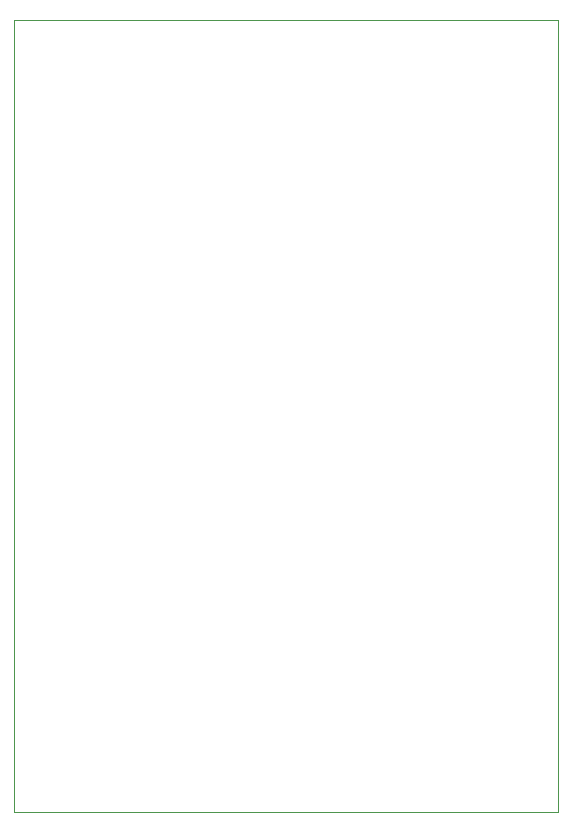
<source format=gbr>
G04 (created by PCBNEW-RS274X (2011-05-25)-stable) date Sun 28 Jul 2013 21:18:55 BST*
G01*
G70*
G90*
%MOIN*%
G04 Gerber Fmt 3.4, Leading zero omitted, Abs format*
%FSLAX34Y34*%
G04 APERTURE LIST*
%ADD10C,0.006000*%
%ADD11C,0.003900*%
G04 APERTURE END LIST*
G54D10*
G54D11*
X10433Y-37795D02*
X10433Y-11417D01*
X28543Y-37795D02*
X10433Y-37795D01*
X28543Y-11417D02*
X28543Y-37795D01*
X10433Y-11417D02*
X28543Y-11417D01*
M02*

</source>
